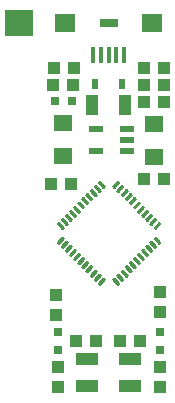
<source format=gtp>
G04 EAGLE Gerber RS-274X export*
G75*
%MOMM*%
%FSLAX34Y34*%
%LPD*%
%INSolderpaste Top*%
%IPPOS*%
%AMOC8*
5,1,8,0,0,1.08239X$1,22.5*%
G01*
%ADD10R,1.000000X1.100000*%
%ADD11R,1.600000X1.400000*%
%ADD12R,1.100000X1.000000*%
%ADD13R,0.800000X0.800000*%
%ADD14R,1.200000X0.550000*%
%ADD15C,0.255000*%
%ADD16R,1.900000X1.100000*%
%ADD17R,0.400000X1.400000*%
%ADD18R,1.800000X1.500000*%
%ADD19R,1.500000X0.700000*%
%ADD20R,1.000000X1.800000*%
%ADD21R,0.630000X0.830000*%
%ADD22R,0.635000X1.270000*%
%ADD23R,2.438400X2.286000*%


D10*
X44577Y70240D03*
X44577Y87240D03*
D11*
X50673Y204516D03*
X50673Y232516D03*
D12*
X42173Y264998D03*
X59173Y264998D03*
D13*
X58173Y251054D03*
X43173Y251054D03*
D12*
X42300Y279400D03*
X59300Y279400D03*
D10*
X132080Y72780D03*
X132080Y89780D03*
D12*
X135881Y185572D03*
X118881Y185572D03*
D10*
X132080Y9280D03*
X132080Y26280D03*
D13*
X132080Y40760D03*
X132080Y55760D03*
D14*
X104365Y209042D03*
X104365Y218542D03*
X104365Y228042D03*
X78363Y228042D03*
X78363Y209042D03*
D11*
X127229Y204034D03*
X127229Y232034D03*
D15*
X80971Y182808D02*
X84823Y178956D01*
X84505Y178638D01*
X80653Y182490D01*
X80971Y182808D01*
X82083Y181060D02*
X82719Y181060D01*
X77485Y179322D02*
X81337Y175470D01*
X81019Y175152D01*
X77167Y179004D01*
X77485Y179322D01*
X78597Y177574D02*
X79233Y177574D01*
X73998Y175836D02*
X77850Y171984D01*
X77532Y171666D01*
X73680Y175518D01*
X73998Y175836D01*
X75110Y174088D02*
X75746Y174088D01*
X70512Y172350D02*
X74364Y168498D01*
X74046Y168180D01*
X70194Y172032D01*
X70512Y172350D01*
X71624Y170602D02*
X72260Y170602D01*
X67026Y168864D02*
X70878Y165012D01*
X70560Y164694D01*
X66708Y168546D01*
X67026Y168864D01*
X68138Y167116D02*
X68774Y167116D01*
X63540Y165378D02*
X67392Y161526D01*
X67074Y161208D01*
X63222Y165060D01*
X63540Y165378D01*
X64652Y163630D02*
X65288Y163630D01*
X59736Y161574D02*
X63588Y157722D01*
X59736Y161574D02*
X60054Y161892D01*
X63906Y158040D01*
X63588Y157722D01*
X61802Y160144D02*
X61166Y160144D01*
X56250Y158088D02*
X60102Y154236D01*
X56250Y158088D02*
X56568Y158406D01*
X60420Y154554D01*
X60102Y154236D01*
X58316Y156658D02*
X57680Y156658D01*
X52764Y154602D02*
X56616Y150750D01*
X52764Y154602D02*
X53082Y154920D01*
X56934Y151068D01*
X56616Y150750D01*
X54830Y153172D02*
X54194Y153172D01*
X49278Y151115D02*
X53130Y147263D01*
X49278Y151115D02*
X49596Y151433D01*
X53448Y147581D01*
X53130Y147263D01*
X51344Y149685D02*
X50708Y149685D01*
X45792Y147629D02*
X49644Y143777D01*
X45792Y147629D02*
X46110Y147947D01*
X49962Y144095D01*
X49644Y143777D01*
X47858Y146199D02*
X47222Y146199D01*
X49644Y135623D02*
X45792Y131771D01*
X49644Y135623D02*
X49962Y135305D01*
X46110Y131453D01*
X45792Y131771D01*
X47896Y133875D02*
X48532Y133875D01*
X53130Y132137D02*
X49278Y128285D01*
X53130Y132137D02*
X53448Y131819D01*
X49596Y127967D01*
X49278Y128285D01*
X51382Y130389D02*
X52018Y130389D01*
X56616Y128650D02*
X52764Y124798D01*
X56616Y128650D02*
X56934Y128332D01*
X53082Y124480D01*
X52764Y124798D01*
X54868Y126902D02*
X55504Y126902D01*
X60102Y125164D02*
X56250Y121312D01*
X60102Y125164D02*
X60420Y124846D01*
X56568Y120994D01*
X56250Y121312D01*
X58354Y123416D02*
X58990Y123416D01*
X63588Y121678D02*
X59736Y117826D01*
X63588Y121678D02*
X63906Y121360D01*
X60054Y117508D01*
X59736Y117826D01*
X61840Y119930D02*
X62476Y119930D01*
X67074Y118192D02*
X63222Y114340D01*
X67074Y118192D02*
X67392Y117874D01*
X63540Y114022D01*
X63222Y114340D01*
X65326Y116444D02*
X65962Y116444D01*
X70878Y114388D02*
X67026Y110536D01*
X66708Y110854D01*
X70560Y114706D01*
X70878Y114388D01*
X69448Y112958D02*
X68812Y112958D01*
X74364Y110902D02*
X70512Y107050D01*
X70194Y107368D01*
X74046Y111220D01*
X74364Y110902D01*
X72934Y109472D02*
X72298Y109472D01*
X77850Y107416D02*
X73998Y103564D01*
X73680Y103882D01*
X77532Y107734D01*
X77850Y107416D01*
X76420Y105986D02*
X75784Y105986D01*
X81337Y103930D02*
X77485Y100078D01*
X77167Y100396D01*
X81019Y104248D01*
X81337Y103930D01*
X79907Y102500D02*
X79271Y102500D01*
X84823Y100444D02*
X80971Y96592D01*
X80653Y96910D01*
X84505Y100762D01*
X84823Y100444D01*
X83393Y99014D02*
X82757Y99014D01*
X92977Y100444D02*
X96829Y96592D01*
X92977Y100444D02*
X93295Y100762D01*
X97147Y96910D01*
X96829Y96592D01*
X95043Y99014D02*
X94407Y99014D01*
X96463Y103930D02*
X100315Y100078D01*
X96463Y103930D02*
X96781Y104248D01*
X100633Y100396D01*
X100315Y100078D01*
X98529Y102500D02*
X97893Y102500D01*
X99950Y107416D02*
X103802Y103564D01*
X99950Y107416D02*
X100268Y107734D01*
X104120Y103882D01*
X103802Y103564D01*
X102016Y105986D02*
X101380Y105986D01*
X103436Y110902D02*
X107288Y107050D01*
X103436Y110902D02*
X103754Y111220D01*
X107606Y107368D01*
X107288Y107050D01*
X105502Y109472D02*
X104866Y109472D01*
X106922Y114388D02*
X110774Y110536D01*
X106922Y114388D02*
X107240Y114706D01*
X111092Y110854D01*
X110774Y110536D01*
X108988Y112958D02*
X108352Y112958D01*
X110408Y117874D02*
X114260Y114022D01*
X110408Y117874D02*
X110726Y118192D01*
X114578Y114340D01*
X114260Y114022D01*
X112474Y116444D02*
X111838Y116444D01*
X114212Y121678D02*
X118064Y117826D01*
X117746Y117508D01*
X113894Y121360D01*
X114212Y121678D01*
X115324Y119930D02*
X115960Y119930D01*
X117698Y125164D02*
X121550Y121312D01*
X121232Y120994D01*
X117380Y124846D01*
X117698Y125164D01*
X118810Y123416D02*
X119446Y123416D01*
X121184Y128650D02*
X125036Y124798D01*
X124718Y124480D01*
X120866Y128332D01*
X121184Y128650D01*
X122296Y126902D02*
X122932Y126902D01*
X124670Y132137D02*
X128522Y128285D01*
X128204Y127967D01*
X124352Y131819D01*
X124670Y132137D01*
X125782Y130389D02*
X126418Y130389D01*
X128156Y135623D02*
X132008Y131771D01*
X131690Y131453D01*
X127838Y135305D01*
X128156Y135623D01*
X129268Y133875D02*
X129904Y133875D01*
X128156Y143777D02*
X132008Y147629D01*
X128156Y143777D02*
X127838Y144095D01*
X131690Y147947D01*
X132008Y147629D01*
X130578Y146199D02*
X129942Y146199D01*
X128522Y151115D02*
X124670Y147263D01*
X124352Y147581D01*
X128204Y151433D01*
X128522Y151115D01*
X127092Y149685D02*
X126456Y149685D01*
X125036Y154602D02*
X121184Y150750D01*
X120866Y151068D01*
X124718Y154920D01*
X125036Y154602D01*
X123606Y153172D02*
X122970Y153172D01*
X121550Y158088D02*
X117698Y154236D01*
X117380Y154554D01*
X121232Y158406D01*
X121550Y158088D01*
X120120Y156658D02*
X119484Y156658D01*
X118064Y161574D02*
X114212Y157722D01*
X113894Y158040D01*
X117746Y161892D01*
X118064Y161574D01*
X116634Y160144D02*
X115998Y160144D01*
X114578Y165060D02*
X110726Y161208D01*
X110408Y161526D01*
X114260Y165378D01*
X114578Y165060D01*
X113148Y163630D02*
X112512Y163630D01*
X110774Y168864D02*
X106922Y165012D01*
X110774Y168864D02*
X111092Y168546D01*
X107240Y164694D01*
X106922Y165012D01*
X109026Y167116D02*
X109662Y167116D01*
X107288Y172350D02*
X103436Y168498D01*
X107288Y172350D02*
X107606Y172032D01*
X103754Y168180D01*
X103436Y168498D01*
X105540Y170602D02*
X106176Y170602D01*
X103802Y175836D02*
X99950Y171984D01*
X103802Y175836D02*
X104120Y175518D01*
X100268Y171666D01*
X99950Y171984D01*
X102054Y174088D02*
X102690Y174088D01*
X100315Y179322D02*
X96463Y175470D01*
X100315Y179322D02*
X100633Y179004D01*
X96781Y175152D01*
X96463Y175470D01*
X98567Y177574D02*
X99203Y177574D01*
X96829Y182808D02*
X92977Y178956D01*
X96829Y182808D02*
X97147Y182490D01*
X93295Y178638D01*
X92977Y178956D01*
X95081Y181060D02*
X95717Y181060D01*
D16*
X70400Y10090D03*
X107400Y33090D03*
X70400Y33090D03*
X107400Y10090D03*
D12*
X115180Y48260D03*
X98180Y48260D03*
X78350Y48260D03*
X61350Y48260D03*
X57039Y181356D03*
X40039Y181356D03*
X135627Y250342D03*
X118627Y250342D03*
D10*
X45720Y9280D03*
X45720Y26280D03*
D13*
X45720Y40760D03*
X45720Y55760D03*
D12*
X135500Y264871D03*
X118500Y264871D03*
X135500Y279400D03*
X118500Y279400D03*
D17*
X88900Y290500D03*
X95400Y290500D03*
X101900Y290500D03*
X82400Y290500D03*
X75900Y290500D03*
D18*
X125740Y317500D03*
D19*
X88900Y317500D03*
D18*
X52060Y317500D03*
D20*
X102900Y247650D03*
X74900Y247650D03*
D21*
X100400Y265684D03*
X77400Y265684D03*
D22*
X16819Y317500D03*
X8581Y317500D03*
D23*
X12700Y317500D03*
M02*

</source>
